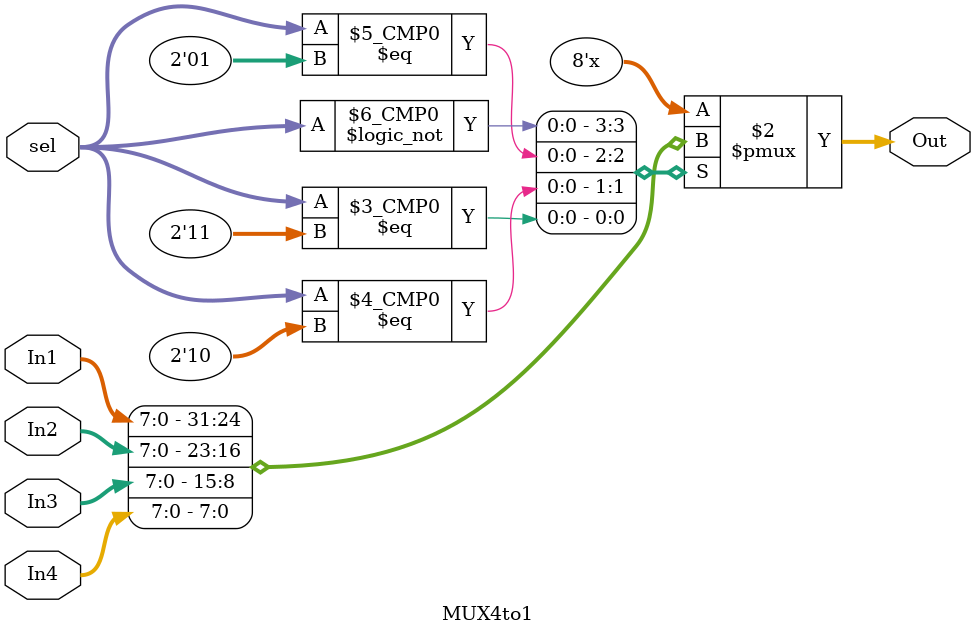
<source format=v>
module MUX4to1(In1, In2, In3, In4, Out, sel);

input 		[7:0]	In1;
input 		[7:0]	In2;
input 		[7:0]	In3;
input 		[7:0]	In4;
input		[1:0]	sel;
output	reg	[7:0]	Out;

always @(*)
begin
	case (sel)
		2'b00 :
		begin
			Out = In1;
		end
		2'b01 :
		begin
			Out = In2;
		end
		2'b10 :
		begin
			Out = In3;
		end
		2'b11 :
		begin
			Out = In4;
		end
	endcase
end

endmodule
</source>
